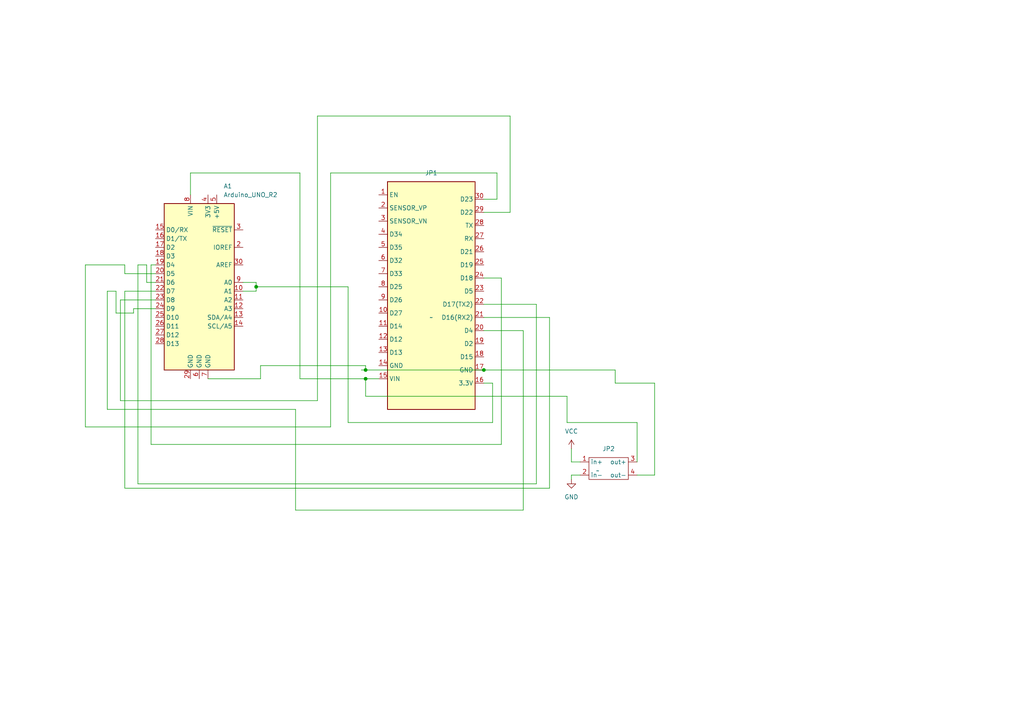
<source format=kicad_sch>
(kicad_sch (version 20230121) (generator eeschema)
  (paper "A4")
  (lib_symbols
    (symbol "Buck_Boost_Converter:buck_Converter"
      (property "Reference" "JP" (at -2.54 0 0))
      (symbol "buck_Converter_0_1"
        (rectangle (start -5.08 3.81) (end 6.35 -2.54))
      )
      (symbol "buck_Converter_1_1"
        (pin input line (at -7.62 2.54 0) (length 2.54) (name "in+") (number "1"))
        (pin input line (at -7.62 -1.27 0) (length 2.54) (name "in-") (number "2"))
        (pin output line (at 8.89 2.54 180) (length 2.54) (name "out+") (number "3"))
        (pin output line (at 8.89 -1.27 180) (length 2.54) (name "out-") (number "4"))
      )
    )
    (symbol "ESP32_module:ESP32_Module"
      (property "Reference" "JP" (at 0 0 0))
      (symbol "ESP32_Module_0_1"
        (rectangle (start -12.7 39.37) (end 12.7 -26.67) (stroke (width 0.254)) (fill (type background)))
      )
      (symbol "ESP32_Module_1_1"
        (pin input line (at -15.24 35.56 0) (length 2.54) (name "EN") (number "1"))
        (pin bidirectional line (at -15.24 1.27 0) (length 2.54) (name "D27") (number "10"))
        (pin bidirectional line (at -15.24 -2.54 0) (length 2.54) (name "D14") (number "11"))
        (pin bidirectional line (at -15.24 -6.35 0) (length 2.54) (name "D12") (number "12"))
        (pin bidirectional line (at -15.24 -10.16 0) (length 2.54) (name "D13") (number "13"))
        (pin power_in line (at -15.24 -13.97 0) (length 2.54) (name "GND") (number "14"))
        (pin passive line (at 0 -29.21 90) (length 2.54) hide (name "GND") (number "15"))
        (pin power_in line (at -15.24 -17.78 0) (length 2.54) (name "VIN") (number "15"))
        (pin bidirectional line (at 15.24 -19.05 180) (length 2.54) (name "3.3V") (number "16"))
        (pin bidirectional line (at 15.24 -15.24 180) (length 2.54) (name "GND") (number "17"))
        (pin bidirectional line (at 15.24 -11.43 180) (length 2.54) (name "D15") (number "18"))
        (pin bidirectional line (at 15.24 -7.62 180) (length 2.54) (name "D2") (number "19"))
        (pin input line (at -15.24 31.75 0) (length 2.54) (name "SENSOR_VP") (number "2"))
        (pin bidirectional line (at 15.24 -3.81 180) (length 2.54) (name "D4") (number "20"))
        (pin bidirectional line (at 15.24 0 180) (length 2.54) (name "D16(RX2)") (number "21"))
        (pin bidirectional line (at 15.24 3.81 180) (length 2.54) (name "D17(TX2)") (number "22"))
        (pin bidirectional line (at 15.24 7.62 180) (length 2.54) (name "D5") (number "23"))
        (pin bidirectional line (at 15.24 11.43 180) (length 2.54) (name "D18") (number "24"))
        (pin bidirectional line (at 15.24 15.24 180) (length 2.54) (name "D19") (number "25"))
        (pin bidirectional line (at 15.24 19.05 180) (length 2.54) (name "D21") (number "26"))
        (pin bidirectional line (at 15.24 22.86 180) (length 2.54) (name "RX") (number "27"))
        (pin bidirectional line (at 15.24 26.67 180) (length 2.54) (name "TX") (number "28"))
        (pin bidirectional line (at 15.24 30.48 180) (length 2.54) (name "D22") (number "29"))
        (pin input line (at -15.24 27.94 0) (length 2.54) (name "SENSOR_VN") (number "3"))
        (pin bidirectional line (at 15.24 34.29 180) (length 2.54) (name "D23") (number "30"))
        (pin no_connect line (at -12.7 -21.59 0) (length 2.54) hide (name "NC") (number "32"))
        (pin passive line (at 0 -29.21 90) (length 2.54) hide (name "GND") (number "38"))
        (pin passive line (at 0 -29.21 90) (length 2.54) hide (name "GND") (number "39"))
        (pin input line (at -15.24 24.13 0) (length 2.54) (name "D34") (number "4"))
        (pin input line (at -15.24 20.32 0) (length 2.54) (name "D35") (number "5"))
        (pin bidirectional line (at -15.24 16.51 0) (length 2.54) (name "D32") (number "6"))
        (pin bidirectional line (at -15.24 12.7 0) (length 2.54) (name "D33") (number "7"))
        (pin bidirectional line (at -15.24 8.89 0) (length 2.54) (name "D25") (number "8"))
        (pin bidirectional line (at -15.24 5.08 0) (length 2.54) (name "D26") (number "9"))
      )
    )
    (symbol "MCU_Module:Arduino_UNO_R2"
      (property "Reference" "A" (at -10.16 23.495 0))
      (property "Value" "Arduino_UNO_R2" (at 5.08 -26.67 0))
      (symbol "Arduino_UNO_R2_0_1"
        (rectangle (start -10.16 22.86) (end 10.16 -25.4) (stroke (width 0.254)) (fill (type background)))
      )
      (symbol "Arduino_UNO_R2_1_1"
        (pin no_connect line (at -10.16 -20.32 0) (length 2.54) hide (name "NC") (number "1"))
        (pin bidirectional line (at 12.7 -2.54 180) (length 2.54) (name "A1") (number "10"))
        (pin bidirectional line (at 12.7 -5.08 180) (length 2.54) (name "A2") (number "11"))
        (pin bidirectional line (at 12.7 -7.62 180) (length 2.54) (name "A3") (number "12"))
        (pin bidirectional line (at 12.7 -10.16 180) (length 2.54) (name "SDA/A4") (number "13"))
        (pin bidirectional line (at 12.7 -12.7 180) (length 2.54) (name "SCL/A5") (number "14"))
        (pin bidirectional line (at -12.7 15.24 0) (length 2.54) (name "D0/RX") (number "15"))
        (pin bidirectional line (at -12.7 12.7 0) (length 2.54) (name "D1/TX") (number "16"))
        (pin bidirectional line (at -12.7 10.16 0) (length 2.54) (name "D2") (number "17"))
        (pin bidirectional line (at -12.7 7.62 0) (length 2.54) (name "D3") (number "18"))
        (pin bidirectional line (at -12.7 5.08 0) (length 2.54) (name "D4") (number "19"))
        (pin output line (at 12.7 10.16 180) (length 2.54) (name "IOREF") (number "2"))
        (pin bidirectional line (at -12.7 2.54 0) (length 2.54) (name "D5") (number "20"))
        (pin bidirectional line (at -12.7 0 0) (length 2.54) (name "D6") (number "21"))
        (pin bidirectional line (at -12.7 -2.54 0) (length 2.54) (name "D7") (number "22"))
        (pin bidirectional line (at -12.7 -5.08 0) (length 2.54) (name "D8") (number "23"))
        (pin bidirectional line (at -12.7 -7.62 0) (length 2.54) (name "D9") (number "24"))
        (pin bidirectional line (at -12.7 -10.16 0) (length 2.54) (name "D10") (number "25"))
        (pin bidirectional line (at -12.7 -12.7 0) (length 2.54) (name "D11") (number "26"))
        (pin bidirectional line (at -12.7 -15.24 0) (length 2.54) (name "D12") (number "27"))
        (pin bidirectional line (at -12.7 -17.78 0) (length 2.54) (name "D13") (number "28"))
        (pin power_in line (at -2.54 -27.94 90) (length 2.54) (name "GND") (number "29"))
        (pin input line (at 12.7 15.24 180) (length 2.54) (name "~{RESET}") (number "3"))
        (pin input line (at 12.7 5.08 180) (length 2.54) (name "AREF") (number "30"))
        (pin power_out line (at 2.54 25.4 270) (length 2.54) (name "3V3") (number "4"))
        (pin power_out line (at 5.08 25.4 270) (length 2.54) (name "+5V") (number "5"))
        (pin power_in line (at 0 -27.94 90) (length 2.54) (name "GND") (number "6"))
        (pin power_in line (at 2.54 -27.94 90) (length 2.54) (name "GND") (number "7"))
        (pin power_in line (at -2.54 25.4 270) (length 2.54) (name "VIN") (number "8"))
        (pin bidirectional line (at 12.7 0 180) (length 2.54) (name "A0") (number "9"))
      )
    )
    (symbol "power:GND" (power) (pin_names (offset 0))
      (property "Value" "GND" (at 0 -3.81 0))
      (symbol "GND_0_1"
        (polyline (pts (xy 0 0) (xy 0 -1.27) (xy 1.27 -1.27) (xy 0 -2.54) (xy -1.27 -1.27) (xy 0 -1.27)))
      )
      (symbol "GND_1_1"
        (pin power_in line (at 0 0 270) (length 0) hide (name "GND") (number "1"))
      )
    )
    (symbol "power:VCC" (power) (pin_names (offset 0))
      (property "Value" "VCC" (at 0 3.81 0))
      (symbol "VCC_0_1"
        (polyline (pts (xy -0.762 1.27) (xy 0 2.54)))
        (polyline (pts (xy 0 0) (xy 0 2.54)))
        (polyline (pts (xy 0 2.54) (xy 0.762 1.27)))
      )
      (symbol "VCC_1_1"
        (pin power_in line (at 0 0 90) (length 0) hide (name "VCC") (number "1"))
      )
    )
  )
  (junction (at 106.045 107.315))
  (junction (at 74.295 83.185))
  (junction (at 140.335 107.315))
  (junction (at 106.045 109.855))
  (wire (pts (xy 85.725 118.745) (xy 85.725 147.955)))
  (wire (pts (xy 155.575 88.265) (xy 140.335 88.265)))
  (wire (pts (xy 106.045 107.315) (xy 140.335 107.315)))
  (wire (pts (xy 100.965 122.555) (xy 100.965 83.185)))
  (wire (pts (xy 60.325 109.855) (xy 75.565 109.855)))
  (wire (pts (xy 164.465 122.555) (xy 164.465 114.935)))
  (wire (pts (xy 45.085 86.995) (xy 34.925 86.995)))
  (wire (pts (xy 142.875 111.125) (xy 142.875 122.555)))
  (wire (pts (xy 55.245 56.515) (xy 55.245 50.165)))
  (wire (pts (xy 43.815 128.905) (xy 145.415 128.905)))
  (wire (pts (xy 140.335 107.315) (xy 178.435 107.315)))
  (wire (pts (xy 74.295 84.455) (xy 70.485 84.455)))
  (wire (pts (xy 178.435 111.125) (xy 178.435 107.315)))
  (wire (pts (xy 34.925 116.205) (xy 92.075 116.205)))
  (wire (pts (xy 24.765 76.835) (xy 24.765 123.825)))
  (wire (pts (xy 164.465 114.935) (xy 106.045 114.935)))
  (wire (pts (xy 55.245 50.165) (xy 86.995 50.165)))
  (wire (pts (xy 38.735 90.805) (xy 38.735 89.535)))
  (wire (pts (xy 106.045 107.315) (xy 106.045 106.045)))
  (wire (pts (xy 184.785 122.555) (xy 164.465 122.555)))
  (wire (pts (xy 165.735 133.985) (xy 168.275 133.985)))
  (wire (pts (xy 165.735 139.065) (xy 165.735 137.795)))
  (wire (pts (xy 24.765 123.825) (xy 95.885 123.825)))
  (wire (pts (xy 74.295 81.915) (xy 74.295 83.185)))
  (wire (pts (xy 104.775 107.315) (xy 106.045 107.315)))
  (wire (pts (xy 31.115 84.455) (xy 31.115 118.745)))
  (wire (pts (xy 40.005 76.835) (xy 40.005 140.335)))
  (wire (pts (xy 144.145 57.785) (xy 140.335 57.785)))
  (wire (pts (xy 106.045 114.935) (xy 106.045 109.855)))
  (wire (pts (xy 159.385 141.605) (xy 159.385 92.075)))
  (wire (pts (xy 31.115 84.455) (xy 33.655 84.455)))
  (wire (pts (xy 40.005 76.835) (xy 42.545 76.835)))
  (wire (pts (xy 189.865 111.125) (xy 178.435 111.125)))
  (wire (pts (xy 85.725 147.955) (xy 151.765 147.955)))
  (wire (pts (xy 189.865 137.795) (xy 189.865 111.125)))
  (wire (pts (xy 34.925 86.995) (xy 34.925 116.205)))
  (wire (pts (xy 140.335 111.125) (xy 142.875 111.125)))
  (wire (pts (xy 165.735 137.795) (xy 168.275 137.795)))
  (wire (pts (xy 36.195 141.605) (xy 159.385 141.605)))
  (wire (pts (xy 147.955 33.655) (xy 147.955 61.595)))
  (wire (pts (xy 70.485 81.915) (xy 74.295 81.915)))
  (wire (pts (xy 36.195 84.455) (xy 45.085 84.455)))
  (wire (pts (xy 36.195 76.835) (xy 36.195 79.375)))
  (wire (pts (xy 43.815 76.835) (xy 45.085 76.835)))
  (wire (pts (xy 151.765 147.955) (xy 151.765 95.885)))
  (wire (pts (xy 31.115 118.745) (xy 85.725 118.745)))
  (wire (pts (xy 145.415 128.905) (xy 145.415 80.645)))
  (wire (pts (xy 38.735 89.535) (xy 45.085 89.535)))
  (wire (pts (xy 165.735 130.175) (xy 165.735 133.985)))
  (wire (pts (xy 142.875 122.555) (xy 100.965 122.555)))
  (wire (pts (xy 42.545 81.915) (xy 45.085 81.915)))
  (wire (pts (xy 86.995 109.855) (xy 106.045 109.855)))
  (wire (pts (xy 151.765 95.885) (xy 140.335 95.885)))
  (wire (pts (xy 42.545 76.835) (xy 42.545 81.915)))
  (wire (pts (xy 75.565 106.045) (xy 106.045 106.045)))
  (wire (pts (xy 106.045 109.855) (xy 109.855 109.855)))
  (wire (pts (xy 33.655 84.455) (xy 33.655 90.805)))
  (wire (pts (xy 36.195 84.455) (xy 36.195 141.605)))
  (wire (pts (xy 147.955 61.595) (xy 140.335 61.595)))
  (wire (pts (xy 86.995 50.165) (xy 86.995 109.855)))
  (wire (pts (xy 100.965 83.185) (xy 74.295 83.185)))
  (wire (pts (xy 33.655 90.805) (xy 38.735 90.805)))
  (wire (pts (xy 184.785 137.795) (xy 189.865 137.795)))
  (wire (pts (xy 40.005 140.335) (xy 155.575 140.335)))
  (wire (pts (xy 95.885 50.165) (xy 144.145 50.165)))
  (wire (pts (xy 36.195 79.375) (xy 45.085 79.375)))
  (wire (pts (xy 95.885 50.165) (xy 95.885 123.825)))
  (wire (pts (xy 24.765 76.835) (xy 36.195 76.835)))
  (wire (pts (xy 43.815 76.835) (xy 43.815 128.905)))
  (wire (pts (xy 140.335 92.075) (xy 159.385 92.075)))
  (wire (pts (xy 75.565 109.855) (xy 75.565 106.045)))
  (wire (pts (xy 92.075 33.655) (xy 92.075 116.205)))
  (wire (pts (xy 74.295 83.185) (xy 74.295 84.455)))
  (wire (pts (xy 92.075 33.655) (xy 147.955 33.655)))
  (wire (pts (xy 184.785 133.985) (xy 184.785 122.555)))
  (wire (pts (xy 145.415 80.645) (xy 140.335 80.645)))
  (wire (pts (xy 155.575 140.335) (xy 155.575 88.265)))
  (wire (pts (xy 144.145 50.165) (xy 144.145 57.785)))
  (symbol (lib_id "power:VCC") (at 165.735 130.175 0) (unit 1)
    (property "Reference" "#PWR01" (effects hide))
    (property "Value" "VCC" (at 165.735 125.095 0))
  )
  (symbol (lib_id "ESP32_module:ESP32_Module") (at 125.095 92.075 0) (unit 1)
    (property "Reference" "JP1" (at 125.095 50.165 0))
    (property "Value" "~" (at 125.095 92.075 0))
    (property "Footprint" "ESP32_module:esp32_module" (effects hide))
  )
  (symbol (lib_id "power:GND") (at 165.735 139.065 0) (unit 1)
    (property "Reference" "#PWR02" (effects hide))
    (property "Value" "GND" (at 165.735 144.145 0))
  )
  (symbol (lib_id "MCU_Module:Arduino_UNO_R2") (at 57.785 81.915 0) (unit 1)
    (property "Reference" "A1" (at 64.8209 53.975 0) (effects (justify left)))
    (property "Value" "Arduino_UNO_R2" (at 64.8209 56.515 0) (effects (justify left)))
    (property "Footprint" "Monster_motor_shield:monster_motor_shield" (effects hide))
    (property "Datasheet" "https://www.arduino.cc/en/Main/arduinoBoardUno" (effects hide))
  )
  (symbol (lib_id "Buck_Boost_Converter:buck_Converter") (at 175.895 136.525 0) (unit 1)
    (property "Reference" "JP2" (at 176.53 130.175 0))
    (property "Value" "~" (at 173.355 136.525 0))
    (property "Footprint" "Buck_Boost_Converter:Buck Converter" (effects hide))
  )
)
</source>
